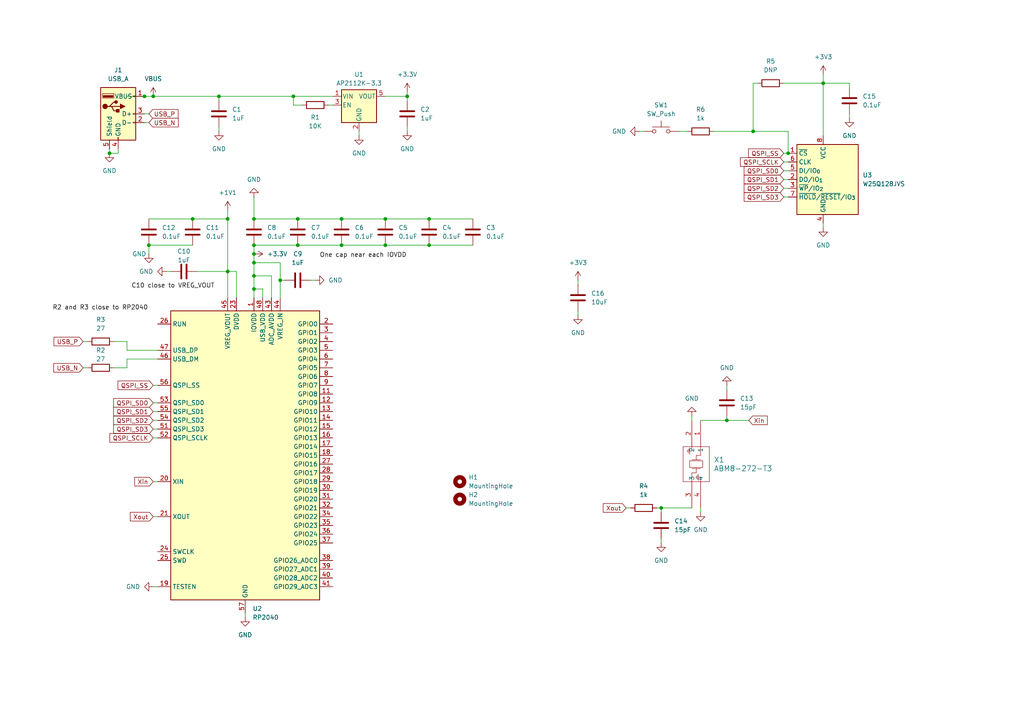
<source format=kicad_sch>
(kicad_sch (version 20250114) (generator "eeschema") (generator_version "9.0")
  (paper "A4")
  (lib_symbols
    (symbol "Connector:USB_A" (pin_names (offset 1.016))
      (property "Reference" "J" (at -5.08 11.43 0))
      (property "Value" "USB_A" (at -5.08 8.89 0))
      (symbol "USB_A_0_1"
        (rectangle (start -5.08 -7.62) (end 5.08 7.62) (stroke (width 0.254)) (fill (type background)))
        (circle (center -3.81 2.159) (radius 0.635) (stroke (width 0.254)) (fill (type outline)))
        (polyline (pts (xy -3.175 2.159) (xy -2.54 2.159) (xy -1.27 3.429) (xy -0.635 3.429)) (stroke (width 0.254)))
        (polyline (pts (xy -2.54 2.159) (xy -1.905 2.159) (xy -1.27 0.889) (xy 0 0.889)) (stroke (width 0.254)))
        (rectangle (start -1.524 4.826) (end -4.318 5.334) (fill (type outline)))
        (rectangle (start -1.27 4.572) (end -4.572 5.842))
        (circle (center -0.635 3.429) (radius 0.381) (stroke (width 0.254)) (fill (type outline)))
        (rectangle (start -0.127 -7.62) (end 0.127 -6.858))
        (rectangle (start 0.254 1.27) (end -0.508 0.508) (stroke (width 0.254)) (fill (type outline)))
        (polyline (pts (xy 0.635 2.794) (xy 0.635 1.524) (xy 1.905 2.159) (xy 0.635 2.794)) (stroke (width 0.254)) (fill (type outline)))
        (rectangle (start 5.08 4.953) (end 4.318 5.207))
        (rectangle (start 5.08 -0.127) (end 4.318 0.127))
        (rectangle (start 5.08 -2.667) (end 4.318 -2.413))
      )
      (symbol "USB_A_1_1"
        (polyline (pts (xy -1.905 2.159) (xy 0.635 2.159)) (stroke (width 0.254)))
        (pin passive line (at -2.54 -10.16 90) (length 2.54) (name "Shield") (number "5"))
        (pin power_in line (at 0 -10.16 90) (length 2.54) (name "GND") (number "4"))
        (pin power_in line (at 7.62 5.08 180) (length 2.54) (name "VBUS") (number "1"))
        (pin bidirectional line (at 7.62 0 180) (length 2.54) (name "D+") (number "3"))
        (pin bidirectional line (at 7.62 -2.54 180) (length 2.54) (name "D-") (number "2"))
      )
    )
    (symbol "Crystal:ABM8-272-T3" (pin_names (offset 0.254))
      (property "Reference" "X" (at 12.7 7.62 0))
      (property "Value" "ABM8-272-T3" (at 12.7 5.08 0))
      (symbol "ABM8-272-T3_0_1"
        (polyline (pts (xy 7.62 2.54) (xy 7.62 -5.08)) (stroke (width 0.127)))
        (polyline (pts (xy 7.62 -2.54) (xy 8.89 -2.54)) (stroke (width 0.127)))
        (polyline (pts (xy 7.62 -5.08) (xy 17.78 -5.08)) (stroke (width 0.127)))
        (polyline (pts (xy 7.9375 -3.175) (xy 9.8425 -3.175)) (stroke (width 0.127)))
        (polyline (pts (xy 8.255 -3.4925) (xy 9.525 -3.4925)) (stroke (width 0.127)))
        (polyline (pts (xy 8.5725 -3.81) (xy 9.2075 -3.81)) (stroke (width 0.127)))
        (polyline (pts (xy 8.89 -2.54) (xy 8.89 -3.175)) (stroke (width 0.127)))
        (polyline (pts (xy 10.16 0) (xy 7.62 0)) (stroke (width 0.127)))
        (polyline (pts (xy 10.16 -1.27) (xy 10.16 0)) (stroke (width 0.127)))
        (polyline (pts (xy 11.43 0) (xy 11.43 -2.54)) (stroke (width 0.127)))
        (polyline (pts (xy 11.43 -1.27) (xy 10.16 -1.27)) (stroke (width 0.127)))
        (polyline (pts (xy 11.7475 0.635) (xy 11.7475 -3.175)) (stroke (width 0.127)))
        (polyline (pts (xy 11.7475 -3.175) (xy 13.6525 -3.175)) (stroke (width 0.127)))
        (polyline (pts (xy 13.6525 0.635) (xy 11.7475 0.635)) (stroke (width 0.127)))
        (polyline (pts (xy 13.6525 -3.175) (xy 13.6525 0.635)) (stroke (width 0.127)))
        (polyline (pts (xy 13.97 0) (xy 13.97 -2.54)) (stroke (width 0.127)))
        (polyline (pts (xy 13.97 -1.27) (xy 15.24 -1.27)) (stroke (width 0.127)))
        (polyline (pts (xy 15.24 -1.27) (xy 15.24 -2.54)) (stroke (width 0.127)))
        (polyline (pts (xy 15.24 -2.54) (xy 17.78 -2.54)) (stroke (width 0.127)))
        (polyline (pts (xy 16.51 0) (xy 16.51 -0.635)) (stroke (width 0.127)))
        (polyline (pts (xy 16.8275 -1.27) (xy 16.1925 -1.27)) (stroke (width 0.127)))
        (polyline (pts (xy 17.145 -0.9525) (xy 15.875 -0.9525)) (stroke (width 0.127)))
        (polyline (pts (xy 17.4625 -0.635) (xy 15.5575 -0.635)) (stroke (width 0.127)))
        (polyline (pts (xy 17.78 2.54) (xy 7.62 2.54)) (stroke (width 0.127)))
        (polyline (pts (xy 17.78 0) (xy 16.51 0)) (stroke (width 0.127)))
        (polyline (pts (xy 17.78 -5.08) (xy 17.78 2.54)) (stroke (width 0.127)))
        (pin unspecified line (at 0 0 0) (length 7.62) (name "1") (number "1"))
        (pin unspecified line (at 0 -2.54 0) (length 7.62) (name "2") (number "2"))
        (pin unspecified line (at 25.4 0 180) (length 7.62) (name "4") (number "4"))
        (pin unspecified line (at 25.4 -2.54 180) (length 7.62) (name "3") (number "3"))
      )
    )
    (symbol "Device:C" (pin_numbers (hide yes)) (pin_names (offset 0.254))
      (property "Reference" "C" (at 0.635 2.54 0))
      (property "Value" "C" (at 0.635 -2.54 0))
      (symbol "C_0_1"
        (polyline (pts (xy -2.032 0.762) (xy 2.032 0.762)) (stroke (width 0.508)))
        (polyline (pts (xy -2.032 -0.762) (xy 2.032 -0.762)) (stroke (width 0.508)))
      )
      (symbol "C_1_1"
        (pin passive line (at 0 3.81 270) (length 2.794) (name "~") (number "1"))
        (pin passive line (at 0 -3.81 90) (length 2.794) (name "~") (number "2"))
      )
    )
    (symbol "Device:R" (pin_numbers (hide yes)) (pin_names (offset 0))
      (property "Reference" "R" (at 2.032 0 90))
      (property "Value" "R" (at 0 0 90))
      (symbol "R_0_1"
        (rectangle (start -1.016 -2.54) (end 1.016 2.54) (stroke (width 0.254)))
      )
      (symbol "R_1_1"
        (pin passive line (at 0 3.81 270) (length 1.27) (name "~") (number "1"))
        (pin passive line (at 0 -3.81 90) (length 1.27) (name "~") (number "2"))
      )
    )
    (symbol "MCU_RaspberryPi:RP2040"
      (property "Reference" "U" (at 17.78 45.72 0))
      (property "Value" "RP2040" (at 17.78 43.18 0))
      (symbol "RP2040_0_1"
        (rectangle (start -21.59 41.91) (end 21.59 -41.91) (stroke (width 0.254)) (fill (type background)))
      )
      (symbol "RP2040_1_1"
        (pin input line (at -25.4 38.1 0) (length 3.81) (name "RUN") (number "26"))
        (pin bidirectional line (at -25.4 30.48 0) (length 3.81) (name "USB_DP") (number "47"))
        (pin bidirectional line (at -25.4 27.94 0) (length 3.81) (name "USB_DM") (number "46"))
        (pin bidirectional line (at -25.4 20.32 0) (length 3.81) (name "QSPI_SS") (number "56"))
        (pin bidirectional line (at -25.4 15.24 0) (length 3.81) (name "QSPI_SD0") (number "53"))
        (pin bidirectional line (at -25.4 12.7 0) (length 3.81) (name "QSPI_SD1") (number "55"))
        (pin bidirectional line (at -25.4 10.16 0) (length 3.81) (name "QSPI_SD2") (number "54"))
        (pin bidirectional line (at -25.4 7.62 0) (length 3.81) (name "QSPI_SD3") (number "51"))
        (pin output line (at -25.4 5.08 0) (length 3.81) (name "QSPI_SCLK") (number "52"))
        (pin input line (at -25.4 -7.62 0) (length 3.81) (name "XIN") (number "20"))
        (pin passive line (at -25.4 -17.78 0) (length 3.81) (name "XOUT") (number "21"))
        (pin input line (at -25.4 -27.94 0) (length 3.81) (name "SWCLK") (number "24"))
        (pin bidirectional line (at -25.4 -30.48 0) (length 3.81) (name "SWD") (number "25"))
        (pin input line (at -25.4 -38.1 0) (length 3.81) (name "TESTEN") (number "19"))
        (pin power_out line (at -5.08 45.72 270) (length 3.81) (name "VREG_VOUT") (number "45"))
        (pin power_in line (at -2.54 45.72 270) (length 3.81) (name "DVDD") (number "23"))
        (pin passive line (at -2.54 45.72 270) (length 3.81) (hide yes) (name "DVDD") (number "50"))
        (pin power_in line (at 0 -45.72 90) (length 3.81) (name "GND") (number "57"))
        (pin power_in line (at 2.54 45.72 270) (length 3.81) (name "IOVDD") (number "1"))
        (pin passive line (at 2.54 45.72 270) (length 3.81) (hide yes) (name "IOVDD") (number "10"))
        (pin passive line (at 2.54 45.72 270) (length 3.81) (hide yes) (name "IOVDD") (number "22"))
        (pin passive line (at 2.54 45.72 270) (length 3.81) (hide yes) (name "IOVDD") (number "33"))
        (pin passive line (at 2.54 45.72 270) (length 3.81) (hide yes) (name "IOVDD") (number "42"))
        (pin passive line (at 2.54 45.72 270) (length 3.81) (hide yes) (name "IOVDD") (number "49"))
        (pin power_in line (at 5.08 45.72 270) (length 3.81) (name "USB_VDD") (number "48"))
        (pin power_in line (at 7.62 45.72 270) (length 3.81) (name "ADC_AVDD") (number "43"))
        (pin power_in line (at 10.16 45.72 270) (length 3.81) (name "VREG_IN") (number "44"))
        (pin bidirectional line (at 25.4 38.1 180) (length 3.81) (name "GPIO0") (number "2"))
        (pin bidirectional line (at 25.4 35.56 180) (length 3.81) (name "GPIO1") (number "3"))
        (pin bidirectional line (at 25.4 33.02 180) (length 3.81) (name "GPIO2") (number "4"))
        (pin bidirectional line (at 25.4 30.48 180) (length 3.81) (name "GPIO3") (number "5"))
        (pin bidirectional line (at 25.4 27.94 180) (length 3.81) (name "GPIO4") (number "6"))
        (pin bidirectional line (at 25.4 25.4 180) (length 3.81) (name "GPIO5") (number "7"))
        (pin bidirectional line (at 25.4 22.86 180) (length 3.81) (name "GPIO6") (number "8"))
        (pin bidirectional line (at 25.4 20.32 180) (length 3.81) (name "GPIO7") (number "9"))
        (pin bidirectional line (at 25.4 17.78 180) (length 3.81) (name "GPIO8") (number "11"))
        (pin bidirectional line (at 25.4 15.24 180) (length 3.81) (name "GPIO9") (number "12"))
        (pin bidirectional line (at 25.4 12.7 180) (length 3.81) (name "GPIO10") (number "13"))
        (pin bidirectional line (at 25.4 10.16 180) (length 3.81) (name "GPIO11") (number "14"))
        (pin bidirectional line (at 25.4 7.62 180) (length 3.81) (name "GPIO12") (number "15"))
        (pin bidirectional line (at 25.4 5.08 180) (length 3.81) (name "GPIO13") (number "16"))
        (pin bidirectional line (at 25.4 2.54 180) (length 3.81) (name "GPIO14") (number "17"))
        (pin bidirectional line (at 25.4 0 180) (length 3.81) (name "GPIO15") (number "18"))
        (pin bidirectional line (at 25.4 -2.54 180) (length 3.81) (name "GPIO16") (number "27"))
        (pin bidirectional line (at 25.4 -5.08 180) (length 3.81) (name "GPIO17") (number "28"))
        (pin bidirectional line (at 25.4 -7.62 180) (length 3.81) (name "GPIO18") (number "29"))
        (pin bidirectional line (at 25.4 -10.16 180) (length 3.81) (name "GPIO19") (number "30"))
        (pin bidirectional line (at 25.4 -12.7 180) (length 3.81) (name "GPIO20") (number "31"))
        (pin bidirectional line (at 25.4 -15.24 180) (length 3.81) (name "GPIO21") (number "32"))
        (pin bidirectional line (at 25.4 -17.78 180) (length 3.81) (name "GPIO22") (number "34"))
        (pin bidirectional line (at 25.4 -20.32 180) (length 3.81) (name "GPIO23") (number "35"))
        (pin bidirectional line (at 25.4 -22.86 180) (length 3.81) (name "GPIO24") (number "36"))
        (pin bidirectional line (at 25.4 -25.4 180) (length 3.81) (name "GPIO25") (number "37"))
        (pin bidirectional line (at 25.4 -30.48 180) (length 3.81) (name "GPIO26_ADC0") (number "38"))
        (pin bidirectional line (at 25.4 -33.02 180) (length 3.81) (name "GPIO27_ADC1") (number "39"))
        (pin bidirectional line (at 25.4 -35.56 180) (length 3.81) (name "GPIO28_ADC2") (number "40"))
        (pin bidirectional line (at 25.4 -38.1 180) (length 3.81) (name "GPIO29_ADC3") (number "41"))
      )
    )
    (symbol "Mechanical:MountingHole" (pin_names (offset 1.016)) (in_bom no)
      (property "Reference" "H" (at 0 5.08 0))
      (property "Value" "MountingHole" (at 0 3.175 0))
      (symbol "MountingHole_0_1"
        (circle (center 0 0) (radius 1.27) (stroke (width 1.27)))
      )
    )
    (symbol "Memory_Flash:W25Q128JVS"
      (property "Reference" "U" (at -6.35 11.43 0))
      (property "Value" "W25Q128JVS" (at 7.62 11.43 0))
      (symbol "W25Q128JVS_0_1"
        (rectangle (start -7.62 10.16) (end 10.16 -10.16) (stroke (width 0.254)) (fill (type background)))
      )
      (symbol "W25Q128JVS_1_1"
        (pin input line (at -10.16 7.62 0) (length 2.54) (name "~{CS}") (number "1"))
        (pin input line (at -10.16 5.08 0) (length 2.54) (name "CLK") (number "6"))
        (pin bidirectional line (at -10.16 2.54 0) (length 2.54) (name "DI/IO_{0}") (number "5"))
        (pin bidirectional line (at -10.16 0 0) (length 2.54) (name "DO/IO_{1}") (number "2"))
        (pin bidirectional line (at -10.16 -2.54 0) (length 2.54) (name "~{WP}/IO_{2}") (number "3"))
        (pin bidirectional line (at -10.16 -5.08 0) (length 2.54) (name "~{HOLD}/~{RESET}/IO_{3}") (number "7"))
        (pin power_in line (at 0 12.7 270) (length 2.54) (name "VCC") (number "8"))
        (pin power_in line (at 0 -12.7 90) (length 2.54) (name "GND") (number "4"))
      )
    )
    (symbol "Regulator_Linear:AP2112K-3.3" (pin_names (offset 0.254))
      (property "Reference" "U" (at -5.08 5.715 0))
      (property "Value" "AP2112K-3.3" (at 0 5.715 0))
      (symbol "AP2112K-3.3_0_1"
        (rectangle (start -5.08 4.445) (end 5.08 -5.08) (stroke (width 0.254)) (fill (type background)))
      )
      (symbol "AP2112K-3.3_1_1"
        (pin power_in line (at -7.62 2.54 0) (length 2.54) (name "VIN") (number "1"))
        (pin input line (at -7.62 0 0) (length 2.54) (name "EN") (number "3"))
        (pin power_in line (at 0 -7.62 90) (length 2.54) (name "GND") (number "2"))
        (pin no_connect line (at 5.08 0 180) (length 2.54) (hide yes) (name "NC") (number "4"))
        (pin power_out line (at 7.62 2.54 180) (length 2.54) (name "VOUT") (number "5"))
      )
    )
    (symbol "Switch:SW_Push" (pin_numbers (hide yes)) (pin_names (offset 1.016) (hide yes))
      (property "Reference" "SW" (at 1.27 2.54 0))
      (property "Value" "SW_Push" (at 0 -1.524 0))
      (symbol "SW_Push_0_1"
        (circle (center -2.032 0) (radius 0.508))
        (polyline (pts (xy 0 1.27) (xy 0 3.048)))
        (circle (center 2.032 0) (radius 0.508))
        (polyline (pts (xy 2.54 1.27) (xy -2.54 1.27)))
        (pin passive line (at -5.08 0 0) (length 2.54) (name "1") (number "1"))
        (pin passive line (at 5.08 0 180) (length 2.54) (name "2") (number "2"))
      )
    )
    (symbol "power:+1V1" (power) (pin_numbers (hide yes)) (pin_names (offset 0) (hide yes))
      (property "Value" "+1V1" (at 0 3.556 0))
      (symbol "+1V1_0_1"
        (polyline (pts (xy -0.762 1.27) (xy 0 2.54)))
        (polyline (pts (xy 0 2.54) (xy 0.762 1.27)))
        (polyline (pts (xy 0 0) (xy 0 2.54)))
      )
      (symbol "+1V1_1_1"
        (pin power_in line (at 0 0 90) (length 0) (name "~") (number "1"))
      )
    )
    (symbol "power:+3.3V" (power) (pin_numbers (hide yes)) (pin_names (offset 0) (hide yes))
      (property "Value" "+3.3V" (at 0 3.556 0))
      (symbol "+3.3V_0_1"
        (polyline (pts (xy -0.762 1.27) (xy 0 2.54)))
        (polyline (pts (xy 0 2.54) (xy 0.762 1.27)))
        (polyline (pts (xy 0 0) (xy 0 2.54)))
      )
      (symbol "+3.3V_1_1"
        (pin power_in line (at 0 0 90) (length 0) (name "~") (number "1"))
      )
    )
    (symbol "power:+3V3" (power) (pin_numbers (hide yes)) (pin_names (offset 0) (hide yes))
      (property "Value" "+3V3" (at 0 3.556 0))
      (symbol "+3V3_0_1"
        (polyline (pts (xy -0.762 1.27) (xy 0 2.54)))
        (polyline (pts (xy 0 2.54) (xy 0.762 1.27)))
        (polyline (pts (xy 0 0) (xy 0 2.54)))
      )
      (symbol "+3V3_1_1"
        (pin power_in line (at 0 0 90) (length 0) (name "~") (number "1"))
      )
    )
    (symbol "power:GND" (power) (pin_numbers (hide yes)) (pin_names (offset 0) (hide yes))
      (property "Value" "GND" (at 0 -3.81 0))
      (symbol "GND_0_1"
        (polyline (pts (xy 0 0) (xy 0 -1.27) (xy 1.27 -1.27) (xy 0 -2.54) (xy -1.27 -1.27) (xy 0 -1.27)))
      )
      (symbol "GND_1_1"
        (pin power_in line (at 0 0 270) (length 0) (name "~") (number "1"))
      )
    )
    (symbol "power:VBUS" (power) (pin_numbers (hide yes)) (pin_names (offset 0) (hide yes))
      (property "Value" "VBUS" (at 0 3.556 0))
      (symbol "VBUS_0_1"
        (polyline (pts (xy -0.762 1.27) (xy 0 2.54)))
        (polyline (pts (xy 0 2.54) (xy 0.762 1.27)))
        (polyline (pts (xy 0 0) (xy 0 2.54)))
      )
      (symbol "VBUS_1_1"
        (pin power_in line (at 0 0 90) (length 0) (name "~") (number "1"))
      )
    )
  )
  (junction (at 66.04 78.74))
  (junction (at 81.28 81.28))
  (junction (at 86.36 71.12))
  (junction (at 124.46 63.5))
  (junction (at 73.66 73.66))
  (junction (at 218.44 38.1))
  (junction (at 118.11 27.94))
  (junction (at 73.66 63.5))
  (junction (at 85.09 27.94))
  (junction (at 238.76 24.13))
  (junction (at 228.6 44.45))
  (junction (at 73.66 80.01))
  (junction (at 111.76 63.5))
  (junction (at 73.66 83.82))
  (junction (at 63.5 27.94))
  (junction (at 44.45 27.94))
  (junction (at 210.82 121.92))
  (junction (at 191.77 147.32))
  (junction (at 86.36 63.5))
  (junction (at 55.88 63.5))
  (junction (at 73.66 76.2))
  (junction (at 31.75 44.45))
  (junction (at 73.66 71.12))
  (junction (at 111.76 71.12))
  (junction (at 43.18 71.12))
  (junction (at 66.04 63.5))
  (junction (at 124.46 71.12))
  (junction (at 99.06 71.12))
  (junction (at 41.91 27.94))
  (junction (at 99.06 63.5))
  (wire (pts (xy 86.36 71.12) (xy 99.06 71.12)))
  (wire (pts (xy 48.26 78.74) (xy 49.53 78.74)))
  (wire (pts (xy 36.83 104.14) (xy 45.72 104.14)))
  (wire (pts (xy 87.63 30.48) (xy 85.09 30.48)))
  (wire (pts (xy 227.33 24.13) (xy 238.76 24.13)))
  (wire (pts (xy 44.45 124.46) (xy 45.72 124.46)))
  (wire (pts (xy 44.45 127) (xy 45.72 127)))
  (wire (pts (xy 85.09 27.94) (xy 96.52 27.94)))
  (wire (pts (xy 228.6 44.45) (xy 228.6 38.1)))
  (wire (pts (xy 43.18 71.12) (xy 55.88 71.12)))
  (wire (pts (xy 190.5 147.32) (xy 191.77 147.32)))
  (wire (pts (xy 44.45 111.76) (xy 45.72 111.76)))
  (wire (pts (xy 44.45 119.38) (xy 45.72 119.38)))
  (wire (pts (xy 36.83 106.68) (xy 36.83 104.14)))
  (wire (pts (xy 76.2 86.36) (xy 76.2 83.82)))
  (wire (pts (xy 167.64 90.17) (xy 167.64 91.44)))
  (wire (pts (xy 85.09 30.48) (xy 85.09 27.94)))
  (wire (pts (xy 34.29 43.18) (xy 34.29 44.45)))
  (wire (pts (xy 185.42 38.1) (xy 186.69 38.1)))
  (wire (pts (xy 227.33 52.07) (xy 228.6 52.07)))
  (wire (pts (xy 73.66 80.01) (xy 73.66 83.82)))
  (wire (pts (xy 81.28 76.2) (xy 73.66 76.2)))
  (wire (pts (xy 227.33 49.53) (xy 228.6 49.53)))
  (wire (pts (xy 36.83 99.06) (xy 33.02 99.06)))
  (wire (pts (xy 73.66 76.2) (xy 73.66 80.01)))
  (wire (pts (xy 86.36 63.5) (xy 99.06 63.5)))
  (wire (pts (xy 191.77 147.32) (xy 191.77 148.59)))
  (wire (pts (xy 118.11 27.94) (xy 118.11 29.21)))
  (wire (pts (xy 246.38 25.4) (xy 246.38 24.13)))
  (wire (pts (xy 104.14 38.1) (xy 104.14 39.37)))
  (wire (pts (xy 63.5 27.94) (xy 63.5 29.21)))
  (wire (pts (xy 73.66 83.82) (xy 73.66 86.36)))
  (wire (pts (xy 167.64 81.28) (xy 167.64 82.55)))
  (wire (pts (xy 191.77 156.21) (xy 191.77 157.48)))
  (wire (pts (xy 210.82 121.92) (xy 217.17 121.92)))
  (wire (pts (xy 124.46 71.12) (xy 137.16 71.12)))
  (wire (pts (xy 111.76 63.5) (xy 124.46 63.5)))
  (wire (pts (xy 210.82 120.65) (xy 210.82 121.92)))
  (wire (pts (xy 73.66 71.12) (xy 86.36 71.12)))
  (wire (pts (xy 24.13 99.06) (xy 25.4 99.06)))
  (wire (pts (xy 111.76 27.94) (xy 118.11 27.94)))
  (wire (pts (xy 73.66 63.5) (xy 86.36 63.5)))
  (wire (pts (xy 41.91 35.56) (xy 43.18 35.56)))
  (wire (pts (xy 227.33 44.45) (xy 228.6 44.45)))
  (wire (pts (xy 33.02 106.68) (xy 36.83 106.68)))
  (wire (pts (xy 196.85 38.1) (xy 199.39 38.1)))
  (wire (pts (xy 218.44 38.1) (xy 228.6 38.1)))
  (wire (pts (xy 73.66 57.15) (xy 73.66 63.5)))
  (wire (pts (xy 24.13 106.68) (xy 25.4 106.68)))
  (wire (pts (xy 66.04 60.96) (xy 66.04 63.5)))
  (wire (pts (xy 219.71 24.13) (xy 218.44 24.13)))
  (wire (pts (xy 238.76 24.13) (xy 238.76 39.37)))
  (wire (pts (xy 238.76 21.59) (xy 238.76 24.13)))
  (wire (pts (xy 111.76 71.12) (xy 124.46 71.12)))
  (wire (pts (xy 203.2 148.59) (xy 203.2 147.32)))
  (wire (pts (xy 73.66 73.66) (xy 73.66 76.2)))
  (wire (pts (xy 43.18 71.12) (xy 43.18 73.66)))
  (wire (pts (xy 78.74 86.36) (xy 78.74 80.01)))
  (wire (pts (xy 82.55 81.28) (xy 81.28 81.28)))
  (wire (pts (xy 44.45 27.94) (xy 41.91 27.94)))
  (wire (pts (xy 99.06 63.5) (xy 111.76 63.5)))
  (wire (pts (xy 71.12 177.8) (xy 71.12 179.07)))
  (wire (pts (xy 118.11 26.67) (xy 118.11 27.94)))
  (wire (pts (xy 66.04 63.5) (xy 66.04 78.74)))
  (wire (pts (xy 238.76 64.77) (xy 238.76 66.04)))
  (wire (pts (xy 246.38 24.13) (xy 238.76 24.13)))
  (wire (pts (xy 43.18 33.02) (xy 41.91 33.02)))
  (wire (pts (xy 43.18 63.5) (xy 55.88 63.5)))
  (wire (pts (xy 73.66 71.12) (xy 73.66 73.66)))
  (wire (pts (xy 191.77 147.32) (xy 200.66 147.32)))
  (wire (pts (xy 99.06 71.12) (xy 111.76 71.12)))
  (wire (pts (xy 66.04 78.74) (xy 68.58 78.74)))
  (wire (pts (xy 90.17 81.28) (xy 91.44 81.28)))
  (wire (pts (xy 55.88 63.5) (xy 66.04 63.5)))
  (wire (pts (xy 41.91 27.94) (xy 36.83 27.94)))
  (wire (pts (xy 118.11 36.83) (xy 118.11 38.1)))
  (wire (pts (xy 218.44 24.13) (xy 218.44 38.1)))
  (wire (pts (xy 57.15 78.74) (xy 66.04 78.74)))
  (wire (pts (xy 76.2 83.82) (xy 73.66 83.82)))
  (wire (pts (xy 81.28 81.28) (xy 81.28 76.2)))
  (wire (pts (xy 31.75 43.18) (xy 31.75 44.45)))
  (wire (pts (xy 181.61 147.32) (xy 182.88 147.32)))
  (wire (pts (xy 200.66 120.65) (xy 200.66 121.92)))
  (wire (pts (xy 227.33 46.99) (xy 228.6 46.99)))
  (wire (pts (xy 34.29 44.45) (xy 31.75 44.45)))
  (wire (pts (xy 210.82 111.76) (xy 210.82 113.03)))
  (wire (pts (xy 44.45 139.7) (xy 45.72 139.7)))
  (wire (pts (xy 95.25 30.48) (xy 96.52 30.48)))
  (wire (pts (xy 44.45 116.84) (xy 45.72 116.84)))
  (wire (pts (xy 44.45 121.92) (xy 45.72 121.92)))
  (wire (pts (xy 68.58 86.36) (xy 68.58 78.74)))
  (wire (pts (xy 227.33 57.15) (xy 228.6 57.15)))
  (wire (pts (xy 45.72 101.6) (xy 36.83 101.6)))
  (wire (pts (xy 63.5 36.83) (xy 63.5 38.1)))
  (wire (pts (xy 78.74 80.01) (xy 73.66 80.01)))
  (wire (pts (xy 203.2 121.92) (xy 210.82 121.92)))
  (wire (pts (xy 207.01 38.1) (xy 218.44 38.1)))
  (wire (pts (xy 36.83 101.6) (xy 36.83 99.06)))
  (wire (pts (xy 81.28 86.36) (xy 81.28 81.28)))
  (wire (pts (xy 63.5 27.94) (xy 85.09 27.94)))
  (wire (pts (xy 44.45 27.94) (xy 63.5 27.94)))
  (wire (pts (xy 66.04 78.74) (xy 66.04 86.36)))
  (wire (pts (xy 227.33 54.61) (xy 228.6 54.61)))
  (wire (pts (xy 124.46 63.5) (xy 137.16 63.5)))
  (wire (pts (xy 44.45 170.18) (xy 45.72 170.18)))
  (wire (pts (xy 246.38 33.02) (xy 246.38 34.29)))
  (wire (pts (xy 44.45 149.86) (xy 45.72 149.86)))
  (label "C10 close to VREG_VOUT" (at 38.1 83.82 0))
  (label "R2 and R3 close to RP2040" (at 15.24 90.17 0))
  (label "One cap near each IOVDD" (at 92.71 74.93 0))
  (global_label "QSPI_SD0" (shape input) (at 227.33 49.53 180) (property "Intersheetrefs" "${INTERSHEET_REFS}" (effects (hide yes))))
  (global_label "USB_P" (shape input) (at 24.13 99.06 180) (property "Intersheetrefs" "${INTERSHEET_REFS}" (effects (hide yes))))
  (global_label "Xout" (shape input) (at 181.61 147.32 180) (property "Intersheetrefs" "${INTERSHEET_REFS}" (effects (hide yes))))
  (global_label "Xin" (shape input) (at 217.17 121.92 0) (property "Intersheetrefs" "${INTERSHEET_REFS}" (effects (hide yes))))
  (global_label "Xout" (shape input) (at 44.45 149.86 180) (property "Intersheetrefs" "${INTERSHEET_REFS}" (effects (hide yes))))
  (global_label "QSPI_SD2" (shape input) (at 44.45 121.92 180) (property "Intersheetrefs" "${INTERSHEET_REFS}" (effects (hide yes))))
  (global_label "USB_N" (shape input) (at 43.18 35.56 0) (property "Intersheetrefs" "${INTERSHEET_REFS}" (effects (hide yes))))
  (global_label "QSPI_SD2" (shape input) (at 227.33 54.61 180) (property "Intersheetrefs" "${INTERSHEET_REFS}" (effects (hide yes))))
  (global_label "QSPI_SCLK" (shape input) (at 227.33 46.99 180) (property "Intersheetrefs" "${INTERSHEET_REFS}" (effects (hide yes))))
  (global_label "QSPI_SD3" (shape input) (at 227.33 57.15 180) (property "Intersheetrefs" "${INTERSHEET_REFS}" (effects (hide yes))))
  (global_label "QSPI_SCLK" (shape input) (at 44.45 127 180) (property "Intersheetrefs" "${INTERSHEET_REFS}" (effects (hide yes))))
  (global_label "USB_P" (shape input) (at 43.18 33.02 0) (property "Intersheetrefs" "${INTERSHEET_REFS}" (effects (hide yes))))
  (global_label "QSPI_SD1" (shape input) (at 227.33 52.07 180) (property "Intersheetrefs" "${INTERSHEET_REFS}" (effects (hide yes))))
  (global_label "QSPI_SD1" (shape input) (at 44.45 119.38 180) (property "Intersheetrefs" "${INTERSHEET_REFS}" (effects (hide yes))))
  (global_label "QSPI_SS" (shape input) (at 227.33 44.45 180) (property "Intersheetrefs" "${INTERSHEET_REFS}" (effects (hide yes))))
  (global_label "USB_N" (shape input) (at 24.13 106.68 180) (property "Intersheetrefs" "${INTERSHEET_REFS}" (effects (hide yes))))
  (global_label "Xin" (shape input) (at 44.45 139.7 180) (property "Intersheetrefs" "${INTERSHEET_REFS}" (effects (hide yes))))
  (global_label "QSPI_SS" (shape input) (at 44.45 111.76 180) (property "Intersheetrefs" "${INTERSHEET_REFS}" (effects (hide yes))))
  (global_label "QSPI_SD0" (shape input) (at 44.45 116.84 180) (property "Intersheetrefs" "${INTERSHEET_REFS}" (effects (hide yes))))
  (global_label "QSPI_SD3" (shape input) (at 44.45 124.46 180) (property "Intersheetrefs" "${INTERSHEET_REFS}" (effects (hide yes))))
  (symbol (lib_id "Device:R") (at 203.2 38.1 90) (unit 1)
    (property "Reference" "R6" (at 203.2 31.75 90))
    (property "Value" "1k" (at 203.2 34.29 90))
    (property "Description" "Resistor" (effects (hide yes)))
  )
  (symbol (lib_id "power:VBUS") (at 44.45 27.94 0) (unit 1)
    (property "Reference" "#PWR02" (effects (hide yes)))
    (property "Value" "VBUS" (at 44.45 22.86 0))
    (property "Description" "Power symbol creates a global label with name \"VBUS\"" (effects (hide yes)))
  )
  (symbol (lib_id "Mechanical:MountingHole") (at 133.35 144.78 0) (unit 1) (in_bom no)
    (property "Reference" "H2" (at 135.89 143.5099 0) (effects (justify left)))
    (property "Value" "MountingHole" (at 135.89 146.0499 0) (effects (justify left)))
    (property "Description" "Mounting Hole without connection" (effects (hide yes)))
  )
  (symbol (lib_id "Device:C") (at 53.34 78.74 90) (unit 1)
    (property "Reference" "C10" (at 53.34 72.898 90))
    (property "Value" "1uF" (at 53.34 75.438 90))
    (property "Description" "Unpolarized capacitor" (effects (hide yes)))
  )
  (symbol (lib_id "power:GND") (at 238.76 66.04 0) (unit 1)
    (property "Reference" "#PWR019" (effects (hide yes)))
    (property "Value" "GND" (at 238.76 71.12 0))
    (property "Description" "Power symbol creates a global label with name \"GND\" , ground" (effects (hide yes)))
  )
  (symbol (lib_id "power:GND") (at 43.18 73.66 0) (unit 1)
    (property "Reference" "#PWR014" (effects (hide yes)))
    (property "Value" "GND" (at 40.386 73.66 0))
    (property "Description" "Power symbol creates a global label with name \"GND\" , ground" (effects (hide yes)))
  )
  (symbol (lib_id "power:GND") (at 44.45 170.18 270) (unit 1)
    (property "Reference" "#PWR08" (effects (hide yes)))
    (property "Value" "GND" (at 40.64 170.1799 90) (effects (justify right)))
    (property "Description" "Power symbol creates a global label with name \"GND\" , ground" (effects (hide yes)))
  )
  (symbol (lib_id "power:GND") (at 200.66 120.65 180) (unit 1)
    (property "Reference" "#PWR015" (effects (hide yes)))
    (property "Value" "GND" (at 200.66 115.57 0))
    (property "Description" "Power symbol creates a global label with name \"GND\" , ground" (effects (hide yes)))
  )
  (symbol (lib_id "Device:C") (at 246.38 29.21 0) (unit 1)
    (property "Reference" "C15" (at 250.19 27.9399 0) (effects (justify left)))
    (property "Value" "0.1uF" (at 250.19 30.4799 0) (effects (justify left)))
    (property "Description" "Unpolarized capacitor" (effects (hide yes)))
  )
  (symbol (lib_id "MCU_RaspberryPi:RP2040") (at 71.12 132.08 0) (unit 1)
    (property "Reference" "U2" (at 73.2633 176.53 0) (effects (justify left)))
    (property "Value" "RP2040" (at 73.2633 179.07 0) (effects (justify left)))
    (property "Footprint" "Package_DFN_QFN:QFN-56-1EP_7x7mm_P0.4mm_EP3.2x3.2mm" (effects (hide yes)))
    (property "Datasheet" "https://datasheets.raspberrypi.com/rp2040/rp2040-datasheet.pdf" (effects (hide yes)))
    (property "Description" "A microcontroller by Raspberry Pi" (effects (hide yes)))
  )
  (symbol (lib_id "Connector:USB_A") (at 34.29 33.02 0) (unit 1)
    (property "Reference" "J1" (at 34.29 20.32 0))
    (property "Value" "USB_A" (at 34.29 22.86 0))
    (property "Footprint" "Connector_USB:USB_A_CNCTech_1001-011-01101_Horizontal" (effects (hide yes)))
    (property "Description" "USB Type A connector" (effects (hide yes)))
  )
  (symbol (lib_id "Switch:SW_Push") (at 191.77 38.1 0) (unit 1)
    (property "Reference" "SW1" (at 191.77 30.48 0))
    (property "Value" "SW_Push" (at 191.77 33.02 0))
    (property "Description" "Push button switch, generic, two pins" (effects (hide yes)))
  )
  (symbol (lib_id "power:+3V3") (at 167.64 81.28 0) (unit 1)
    (property "Reference" "#PWR023" (effects (hide yes)))
    (property "Value" "+3V3" (at 167.64 76.2 0))
    (property "Description" "Power symbol creates a global label with name \"+3V3\"" (effects (hide yes)))
  )
  (symbol (lib_id "power:GND") (at 167.64 91.44 0) (unit 1)
    (property "Reference" "#PWR024" (effects (hide yes)))
    (property "Value" "GND" (at 167.64 96.52 0))
    (property "Description" "Power symbol creates a global label with name \"GND\" , ground" (effects (hide yes)))
  )
  (symbol (lib_id "Device:C") (at 63.5 33.02 0) (unit 1)
    (property "Reference" "C1" (at 67.31 31.7499 0) (effects (justify left)))
    (property "Value" "1uF" (at 67.31 34.2899 0) (effects (justify left)))
    (property "Description" "Unpolarized capacitor" (effects (hide yes)))
  )
  (symbol (lib_id "Device:C") (at 124.46 67.31 0) (unit 1)
    (property "Reference" "C4" (at 128.27 66.0399 0) (effects (justify left)))
    (property "Value" "0.1uF" (at 128.27 68.5799 0) (effects (justify left)))
    (property "Description" "Unpolarized capacitor" (effects (hide yes)))
  )
  (symbol (lib_id "power:+3.3V") (at 73.66 73.66 270) (unit 1)
    (property "Reference" "#PWR010" (effects (hide yes)))
    (property "Value" "+3.3V" (at 77.47 73.6599 90) (effects (justify left)))
    (property "Description" "Power symbol creates a global label with name \"+3.3V\"" (effects (hide yes)))
  )
  (symbol (lib_id "power:GND") (at 104.14 39.37 0) (mirror y) (unit 1)
    (property "Reference" "#PWR04" (effects (hide yes)))
    (property "Value" "GND" (at 104.14 44.45 0))
    (property "Description" "Power symbol creates a global label with name \"GND\" , ground" (effects (hide yes)))
  )
  (symbol (lib_id "Device:C") (at 73.66 67.31 0) (unit 1)
    (property "Reference" "C8" (at 77.47 66.0399 0) (effects (justify left)))
    (property "Value" "0.1uF" (at 77.47 68.5799 0) (effects (justify left)))
    (property "Description" "Unpolarized capacitor" (effects (hide yes)))
  )
  (symbol (lib_id "power:GND") (at 118.11 38.1 0) (unit 1)
    (property "Reference" "#PWR05" (effects (hide yes)))
    (property "Value" "GND" (at 118.11 43.18 0))
    (property "Description" "Power symbol creates a global label with name \"GND\" , ground" (effects (hide yes)))
  )
  (symbol (lib_id "power:+1V1") (at 66.04 60.96 0) (unit 1)
    (property "Reference" "#PWR013" (effects (hide yes)))
    (property "Value" "+1V1" (at 66.04 55.88 0))
    (property "Description" "Power symbol creates a global label with name \"+1V1\"" (effects (hide yes)))
  )
  (symbol (lib_id "Device:C") (at 43.18 67.31 0) (unit 1)
    (property "Reference" "C12" (at 46.99 66.0399 0) (effects (justify left)))
    (property "Value" "0.1uF" (at 46.99 68.5799 0) (effects (justify left)))
    (property "Description" "Unpolarized capacitor" (effects (hide yes)))
  )
  (symbol (lib_id "Device:R") (at 29.21 99.06 90) (unit 1)
    (property "Reference" "R3" (at 29.21 92.71 90))
    (property "Value" "27" (at 29.21 95.25 90))
    (property "Description" "Resistor" (effects (hide yes)))
  )
  (symbol (lib_id "Device:C") (at 137.16 67.31 0) (unit 1)
    (property "Reference" "C3" (at 140.97 66.0399 0) (effects (justify left)))
    (property "Value" "0.1uF" (at 140.97 68.5799 0) (effects (justify left)))
    (property "Description" "Unpolarized capacitor" (effects (hide yes)))
  )
  (symbol (lib_id "Device:C") (at 111.76 67.31 0) (unit 1)
    (property "Reference" "C5" (at 115.57 66.0399 0) (effects (justify left)))
    (property "Value" "0.1uF" (at 115.57 68.5799 0) (effects (justify left)))
    (property "Description" "Unpolarized capacitor" (effects (hide yes)))
  )
  (symbol (lib_id "Regulator_Linear:AP2112K-3.3") (at 104.14 30.48 0) (unit 1)
    (property "Reference" "U1" (at 104.14 21.59 0))
    (property "Value" "AP2112K-3.3" (at 104.14 24.13 0))
    (property "Footprint" "Package_TO_SOT_SMD:SOT-23-5" (effects (hide yes)))
    (property "Datasheet" "https://www.diodes.com/assets/Datasheets/AP2112.pdf" (effects (hide yes)))
    (property "Description" "600mA low dropout linear regulator, with enable pin, 3.8V-6V input voltage range, 3.3V fixed positive output, SOT-23-5" (effects (hide yes)))
  )
  (symbol (lib_id "Device:C") (at 86.36 81.28 90) (unit 1)
    (property "Reference" "C9" (at 86.36 73.66 90))
    (property "Value" "1uF" (at 86.36 76.2 90))
    (property "Description" "Unpolarized capacitor" (effects (hide yes)))
  )
  (symbol (lib_id "power:+3V3") (at 238.76 21.59 0) (unit 1)
    (property "Reference" "#PWR020" (effects (hide yes)))
    (property "Value" "+3V3" (at 238.76 16.51 0))
    (property "Description" "Power symbol creates a global label with name \"+3V3\"" (effects (hide yes)))
  )
  (symbol (lib_id "Device:C") (at 167.64 86.36 0) (unit 1)
    (property "Reference" "C16" (at 171.45 85.0899 0) (effects (justify left)))
    (property "Value" "10uF" (at 171.45 87.6299 0) (effects (justify left)))
    (property "Description" "Unpolarized capacitor" (effects (hide yes)))
  )
  (symbol (lib_id "Device:C") (at 118.11 33.02 0) (unit 1)
    (property "Reference" "C2" (at 121.92 31.7499 0) (effects (justify left)))
    (property "Value" "1uF" (at 121.92 34.2899 0) (effects (justify left)))
    (property "Description" "Unpolarized capacitor" (effects (hide yes)))
  )
  (symbol (lib_id "power:+3.3V") (at 118.11 26.67 0) (unit 1)
    (property "Reference" "#PWR06" (effects (hide yes)))
    (property "Value" "+3.3V" (at 118.11 21.59 0))
    (property "Description" "Power symbol creates a global label with name \"+3.3V\"" (effects (hide yes)))
  )
  (symbol (lib_id "Device:R") (at 223.52 24.13 90) (unit 1)
    (property "Reference" "R5" (at 223.52 17.78 90))
    (property "Value" "DNP" (at 223.52 20.32 90))
    (property "Description" "Resistor" (effects (hide yes)))
  )
  (symbol (lib_id "power:GND") (at 91.44 81.28 90) (unit 1)
    (property "Reference" "#PWR011" (effects (hide yes)))
    (property "Value" "GND" (at 95.25 81.2799 90) (effects (justify right)))
    (property "Description" "Power symbol creates a global label with name \"GND\" , ground" (effects (hide yes)))
  )
  (symbol (lib_id "Device:C") (at 99.06 67.31 0) (unit 1)
    (property "Reference" "C6" (at 102.87 66.0399 0) (effects (justify left)))
    (property "Value" "0.1uF" (at 102.87 68.5799 0) (effects (justify left)))
    (property "Description" "Unpolarized capacitor" (effects (hide yes)))
  )
  (symbol (lib_id "Device:C") (at 86.36 67.31 0) (unit 1)
    (property "Reference" "C7" (at 90.17 66.0399 0) (effects (justify left)))
    (property "Value" "0.1uF" (at 90.17 68.5799 0) (effects (justify left)))
    (property "Description" "Unpolarized capacitor" (effects (hide yes)))
  )
  (symbol (lib_id "Device:R") (at 186.69 147.32 90) (unit 1)
    (property "Reference" "R4" (at 186.69 140.97 90))
    (property "Value" "1k" (at 186.69 143.51 90))
    (property "Description" "Resistor" (effects (hide yes)))
  )
  (symbol (lib_id "power:GND") (at 48.26 78.74 270) (unit 1)
    (property "Reference" "#PWR012" (effects (hide yes)))
    (property "Value" "GND" (at 44.45 78.7399 90) (effects (justify right)))
    (property "Description" "Power symbol creates a global label with name \"GND\" , ground" (effects (hide yes)))
  )
  (symbol (lib_id "Device:R") (at 91.44 30.48 90) (unit 1)
    (property "Reference" "R1" (at 91.44 34.036 90))
    (property "Value" "10K" (at 91.44 36.576 90))
    (property "Description" "Resistor" (effects (hide yes)))
  )
  (symbol (lib_id "Device:C") (at 191.77 152.4 0) (unit 1)
    (property "Reference" "C14" (at 195.58 151.1299 0) (effects (justify left)))
    (property "Value" "15pF" (at 195.58 153.6699 0) (effects (justify left)))
    (property "Description" "Unpolarized capacitor" (effects (hide yes)))
  )
  (symbol (lib_id "Memory_Flash:W25Q128JVS") (at 238.76 52.07 0) (unit 1)
    (property "Reference" "U3" (at 250.19 50.7999 0) (effects (justify left)))
    (property "Value" "W25Q128JVS" (at 250.19 53.3399 0) (effects (justify left)))
    (property "Footprint" "Package_SO:SOIC-8_5.3x5.3mm_P1.27mm" (effects (hide yes)))
    (property "Datasheet" "https://www.winbond.com/resource-files/w25q128jv_dtr%20revc%2003272018%20plus.pdf" (effects (hide yes)))
    (property "Description" "128Mbit / 16MiB Serial Flash Memory, Standard/Dual/Quad SPI, 2.7-3.6V, SOIC-8" (effects (hide yes)))
  )
  (symbol (lib_id "Crystal:ABM8-272-T3") (at 203.2 121.92 270) (unit 1)
    (property "Reference" "X1" (at 207.01 133.3499 90) (effects (font (size 1.524 1.524)) (justify left)))
    (property "Value" "ABM8-272-T3" (at 207.01 135.8899 90) (effects (font (size 1.524 1.524)) (justify left)))
    (property "Footprint" "ABM8-272-T3_ABR" (effects (hide yes)))
    (property "Datasheet" "ABM8-272-T3" (effects (hide yes)))
  )
  (symbol (lib_id "power:GND") (at 71.12 179.07 0) (unit 1)
    (property "Reference" "#PWR07" (effects (hide yes)))
    (property "Value" "GND" (at 71.12 184.15 0))
    (property "Description" "Power symbol creates a global label with name \"GND\" , ground" (effects (hide yes)))
  )
  (symbol (lib_id "power:GND") (at 246.38 34.29 0) (unit 1)
    (property "Reference" "#PWR021" (effects (hide yes)))
    (property "Value" "GND" (at 246.38 39.37 0))
    (property "Description" "Power symbol creates a global label with name \"GND\" , ground" (effects (hide yes)))
  )
  (symbol (lib_id "power:GND") (at 73.66 57.15 180) (unit 1)
    (property "Reference" "#PWR09" (effects (hide yes)))
    (property "Value" "GND" (at 73.66 52.07 0))
    (property "Description" "Power symbol creates a global label with name \"GND\" , ground" (effects (hide yes)))
  )
  (symbol (lib_id "Device:C") (at 210.82 116.84 0) (unit 1)
    (property "Reference" "C13" (at 214.63 115.5699 0) (effects (justify left)))
    (property "Value" "15pF" (at 214.63 118.1099 0) (effects (justify left)))
    (property "Description" "Unpolarized capacitor" (effects (hide yes)))
  )
  (symbol (lib_id "Mechanical:MountingHole") (at 133.35 139.7 0) (unit 1) (in_bom no)
    (property "Reference" "H1" (at 135.89 138.4299 0) (effects (justify left)))
    (property "Value" "MountingHole" (at 135.89 140.9699 0) (effects (justify left)))
    (property "Description" "Mounting Hole without connection" (effects (hide yes)))
  )
  (symbol (lib_id "Device:R") (at 29.21 106.68 90) (unit 1)
    (property "Reference" "R2" (at 29.21 101.6 90))
    (property "Value" "27" (at 29.21 104.14 90))
    (property "Description" "Resistor" (effects (hide yes)))
  )
  (symbol (lib_id "power:GND") (at 31.75 44.45 0) (mirror y) (unit 1)
    (property "Reference" "#PWR01" (effects (hide yes)))
    (property "Value" "GND" (at 31.75 49.53 0))
    (property "Description" "Power symbol creates a global label with name \"GND\" , ground" (effects (hide yes)))
  )
  (symbol (lib_id "power:GND") (at 63.5 38.1 0) (mirror y) (unit 1)
    (property "Reference" "#PWR03" (effects (hide yes)))
    (property "Value" "GND" (at 63.5 43.18 0))
    (property "Description" "Power symbol creates a global label with name \"GND\" , ground" (effects (hide yes)))
  )
  (symbol (lib_id "power:GND") (at 191.77 157.48 0) (unit 1)
    (property "Reference" "#PWR018" (effects (hide yes)))
    (property "Value" "GND" (at 191.77 162.56 0))
    (property "Description" "Power symbol creates a global label with name \"GND\" , ground" (effects (hide yes)))
  )
  (symbol (lib_id "power:GND") (at 203.2 148.59 0) (unit 1)
    (property "Reference" "#PWR016" (effects (hide yes)))
    (property "Value" "GND" (at 203.2 153.67 0))
    (property "Description" "Power symbol creates a global label with name \"GND\" , ground" (effects (hide yes)))
  )
  (symbol (lib_id "power:GND") (at 210.82 111.76 180) (unit 1)
    (property "Reference" "#PWR017" (effects (hide yes)))
    (property "Value" "GND" (at 210.82 106.68 0))
    (property "Description" "Power symbol creates a global label with name \"GND\" , ground" (effects (hide yes)))
  )
  (symbol (lib_id "Device:C") (at 55.88 67.31 0) (unit 1)
    (property "Reference" "C11" (at 59.69 66.0399 0) (effects (justify left)))
    (property "Value" "0.1uF" (at 59.69 68.5799 0) (effects (justify left)))
    (property "Description" "Unpolarized capacitor" (effects (hide yes)))
  )
  (symbol (lib_id "power:GND") (at 185.42 38.1 270) (unit 1)
    (property "Reference" "#PWR022" (effects (hide yes)))
    (property "Value" "GND" (at 181.61 38.0999 90) (effects (justify right)))
    (property "Description" "Power symbol creates a global label with name \"GND\" , ground" (effects (hide yes)))
  )
)
</source>
